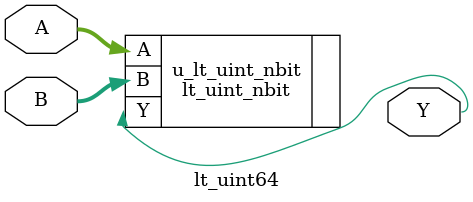
<source format=v>

module lt_uint64 #(
    parameter WIDTH = 64
)(
    input [WIDTH-1:0] A,
    input [WIDTH-1:0] B,
    output Y
);

    lt_uint_nbit #(
        .WIDTH(WIDTH)
    ) u_lt_uint_nbit (
        .A(A),
        .B(B),
        .Y(Y)
    );

endmodule
</source>
